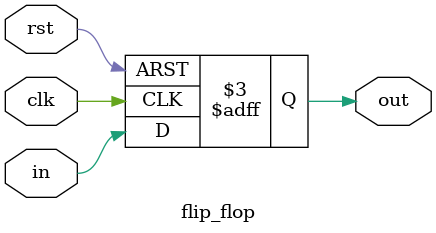
<source format=v>
module flip_flop(
    input in,clk,rst,
    output reg out);
    always@(posedge clk,negedge rst)begin 
        if(rst==1'b0)begin
            out<=0;
        end else begin
            out<=in;
        end
    end
endmodule
</source>
